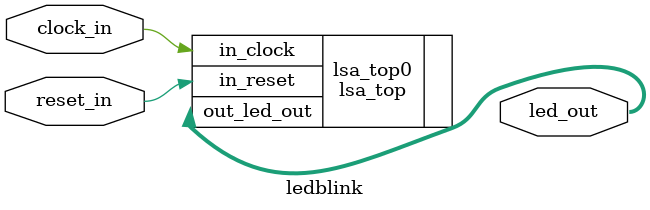
<source format=v>

module ledblink
(
    clock_in,
    reset_in,
    led_out
);

    input clock_in;
    input reset_in;
    output [7:0]led_out;

    lsa_top lsa_top0
    (
        .in_clock(clock_in),
        .in_reset(reset_in),
        .out_led_out(led_out)
    );

endmodule

</source>
